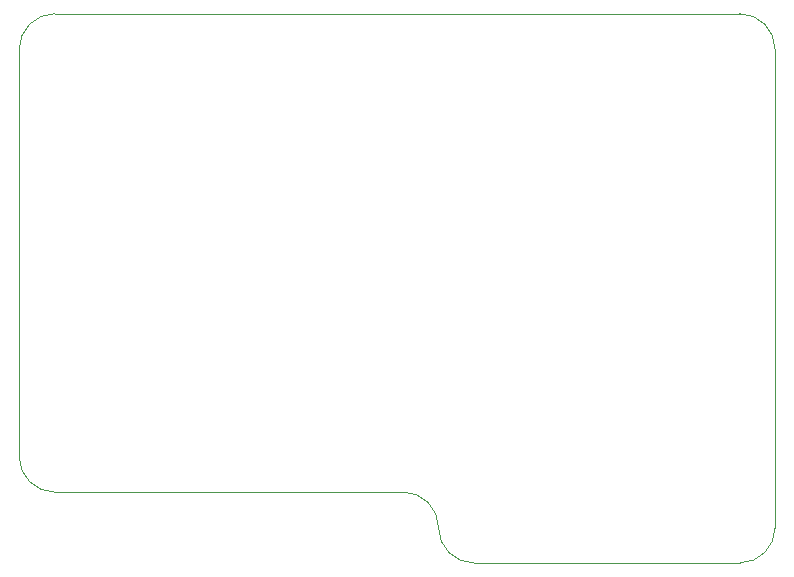
<source format=gbr>
G04 #@! TF.GenerationSoftware,KiCad,Pcbnew,5.1.6-c6e7f7d~86~ubuntu18.04.1*
G04 #@! TF.CreationDate,2020-05-28T19:09:28+01:00*
G04 #@! TF.ProjectId,polariser_drive,706f6c61-7269-4736-9572-5f6472697665,rev?*
G04 #@! TF.SameCoordinates,Original*
G04 #@! TF.FileFunction,Profile,NP*
%FSLAX46Y46*%
G04 Gerber Fmt 4.6, Leading zero omitted, Abs format (unit mm)*
G04 Created by KiCad (PCBNEW 5.1.6-c6e7f7d~86~ubuntu18.04.1) date 2020-05-28 19:09:28*
%MOMM*%
%LPD*%
G01*
G04 APERTURE LIST*
G04 #@! TA.AperFunction,Profile*
%ADD10C,0.050000*%
G04 #@! TD*
G04 APERTURE END LIST*
D10*
X113500000Y-132500000D02*
X113500000Y-126000000D01*
X52500000Y-89000000D02*
X110500000Y-89000000D01*
X49500000Y-126500000D02*
X49500000Y-92000000D01*
X82000000Y-129500000D02*
X60500000Y-129500000D01*
X60500000Y-129500000D02*
X52500000Y-129500000D01*
X52500000Y-129500000D02*
G75*
G02*
X49500000Y-126500000I0J3000000D01*
G01*
X82000000Y-129500000D02*
G75*
G02*
X85000000Y-132500000I0J-3000000D01*
G01*
X88000000Y-135500000D02*
G75*
G02*
X85000000Y-132500000I0J3000000D01*
G01*
X110500000Y-89000000D02*
G75*
G02*
X113500000Y-92000000I0J-3000000D01*
G01*
X113500000Y-126000000D02*
X113500000Y-92000000D01*
X113500000Y-132500000D02*
G75*
G02*
X110500000Y-135500000I-3000000J0D01*
G01*
X88000000Y-135500000D02*
X110500000Y-135500000D01*
X49500000Y-92000000D02*
G75*
G02*
X52500000Y-89000000I3000000J0D01*
G01*
M02*

</source>
